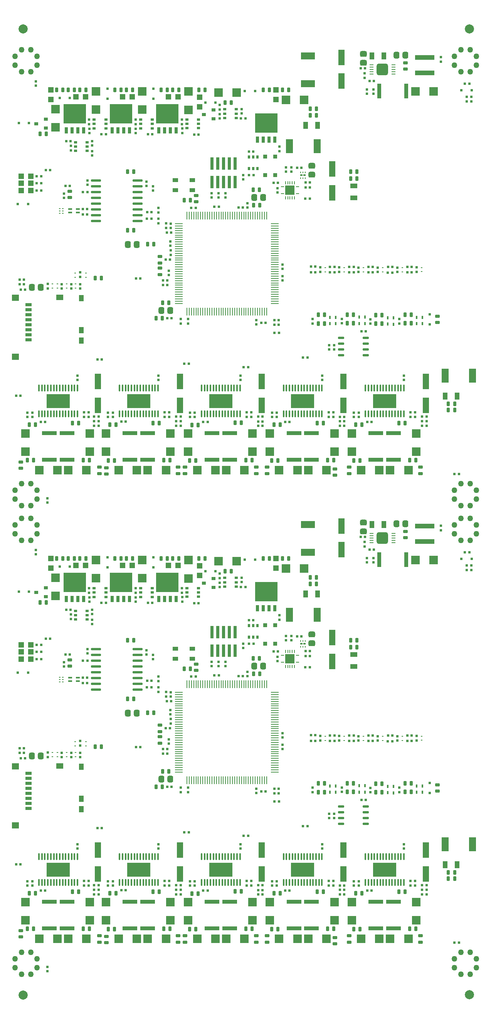
<source format=gtp>
G04 Layer_Color=8421504*
%FSLAX24Y24*%
%MOIN*%
G70*
G01*
G75*
G04:AMPARAMS|DCode=11|XSize=78.7mil|YSize=78.7mil|CornerRadius=39.4mil|HoleSize=0mil|Usage=FLASHONLY|Rotation=90.000|XOffset=0mil|YOffset=0mil|HoleType=Round|Shape=RoundedRectangle|*
%AMROUNDEDRECTD11*
21,1,0.0787,0.0000,0,0,90.0*
21,1,0.0000,0.0787,0,0,90.0*
1,1,0.0787,0.0000,0.0000*
1,1,0.0787,0.0000,0.0000*
1,1,0.0787,0.0000,0.0000*
1,1,0.0787,0.0000,0.0000*
%
%ADD11ROUNDEDRECTD11*%
%ADD15C,0.0500*%
%ADD56R,0.0591X0.0453*%
%ADD147R,0.0120X0.0102*%
%ADD148R,0.0236X0.0118*%
%ADD149R,0.0090X0.0137*%
G04:AMPARAMS|DCode=150|XSize=20mil|YSize=22mil|CornerRadius=3.4mil|HoleSize=0mil|Usage=FLASHONLY|Rotation=90.000|XOffset=0mil|YOffset=0mil|HoleType=Round|Shape=RoundedRectangle|*
%AMROUNDEDRECTD150*
21,1,0.0200,0.0152,0,0,90.0*
21,1,0.0132,0.0220,0,0,90.0*
1,1,0.0068,0.0076,0.0066*
1,1,0.0068,0.0076,-0.0066*
1,1,0.0068,-0.0076,-0.0066*
1,1,0.0068,-0.0076,0.0066*
%
%ADD150ROUNDEDRECTD150*%
G04:AMPARAMS|DCode=151|XSize=20mil|YSize=22mil|CornerRadius=3.4mil|HoleSize=0mil|Usage=FLASHONLY|Rotation=180.000|XOffset=0mil|YOffset=0mil|HoleType=Round|Shape=RoundedRectangle|*
%AMROUNDEDRECTD151*
21,1,0.0200,0.0152,0,0,180.0*
21,1,0.0132,0.0220,0,0,180.0*
1,1,0.0068,-0.0066,0.0076*
1,1,0.0068,0.0066,0.0076*
1,1,0.0068,0.0066,-0.0076*
1,1,0.0068,-0.0066,-0.0076*
%
%ADD151ROUNDEDRECTD151*%
%ADD152R,0.1279X0.0334*%
G04:AMPARAMS|DCode=153|XSize=27.1mil|YSize=37.4mil|CornerRadius=4.8mil|HoleSize=0mil|Usage=FLASHONLY|Rotation=0.000|XOffset=0mil|YOffset=0mil|HoleType=Round|Shape=RoundedRectangle|*
%AMROUNDEDRECTD153*
21,1,0.0271,0.0277,0,0,0.0*
21,1,0.0175,0.0374,0,0,0.0*
1,1,0.0097,0.0087,-0.0139*
1,1,0.0097,-0.0087,-0.0139*
1,1,0.0097,-0.0087,0.0139*
1,1,0.0097,0.0087,0.0139*
%
%ADD153ROUNDEDRECTD153*%
%ADD154R,0.0452X0.0334*%
%ADD155R,0.0315X0.0216*%
%ADD156O,0.0571X0.0216*%
%ADD157O,0.0886X0.0216*%
G04:AMPARAMS|DCode=158|XSize=103mil|YSize=103mil|CornerRadius=25.3mil|HoleSize=0mil|Usage=FLASHONLY|Rotation=0.000|XOffset=0mil|YOffset=0mil|HoleType=Round|Shape=RoundedRectangle|*
%AMROUNDEDRECTD158*
21,1,0.1030,0.0525,0,0,0.0*
21,1,0.0525,0.1030,0,0,0.0*
1,1,0.0505,0.0263,-0.0263*
1,1,0.0505,-0.0263,-0.0263*
1,1,0.0505,-0.0263,0.0263*
1,1,0.0505,0.0263,0.0263*
%
%ADD158ROUNDEDRECTD158*%
%ADD159R,0.0382X0.0098*%
%ADD160O,0.0098X0.0689*%
%ADD161O,0.0689X0.0098*%
G04:AMPARAMS|DCode=162|XSize=27.1mil|YSize=37.4mil|CornerRadius=4.8mil|HoleSize=0mil|Usage=FLASHONLY|Rotation=270.000|XOffset=0mil|YOffset=0mil|HoleType=Round|Shape=RoundedRectangle|*
%AMROUNDEDRECTD162*
21,1,0.0271,0.0277,0,0,270.0*
21,1,0.0175,0.0374,0,0,270.0*
1,1,0.0097,-0.0139,-0.0087*
1,1,0.0097,-0.0139,0.0087*
1,1,0.0097,0.0139,0.0087*
1,1,0.0097,0.0139,-0.0087*
%
%ADD162ROUNDEDRECTD162*%
%ADD163R,0.0334X0.1279*%
%ADD164R,0.1950X0.1680*%
%ADD165R,0.0260X0.0540*%
%ADD166R,0.0460X0.0460*%
%ADD167R,0.1653X0.0445*%
G04:AMPARAMS|DCode=168|XSize=50mil|YSize=58mil|CornerRadius=12mil|HoleSize=0mil|Usage=FLASHONLY|Rotation=0.000|XOffset=0mil|YOffset=0mil|HoleType=Round|Shape=RoundedRectangle|*
%AMROUNDEDRECTD168*
21,1,0.0500,0.0340,0,0,0.0*
21,1,0.0260,0.0580,0,0,0.0*
1,1,0.0240,0.0130,-0.0170*
1,1,0.0240,-0.0130,-0.0170*
1,1,0.0240,-0.0130,0.0170*
1,1,0.0240,0.0130,0.0170*
%
%ADD168ROUNDEDRECTD168*%
%ADD169R,0.0275X0.1082*%
%ADD170R,0.0460X0.0460*%
%ADD171R,0.0770X0.0770*%
%ADD172R,0.0770X0.0770*%
%ADD173R,0.0220X0.0220*%
%ADD174R,0.0180X0.0260*%
%ADD175R,0.0610X0.1240*%
%ADD176R,0.1240X0.0610*%
G04:AMPARAMS|DCode=177|XSize=50mil|YSize=58mil|CornerRadius=12mil|HoleSize=0mil|Usage=FLASHONLY|Rotation=90.000|XOffset=0mil|YOffset=0mil|HoleType=Round|Shape=RoundedRectangle|*
%AMROUNDEDRECTD177*
21,1,0.0500,0.0340,0,0,90.0*
21,1,0.0260,0.0580,0,0,90.0*
1,1,0.0240,0.0170,0.0130*
1,1,0.0240,0.0170,-0.0130*
1,1,0.0240,-0.0170,-0.0130*
1,1,0.0240,-0.0170,0.0130*
%
%ADD177ROUNDEDRECTD177*%
%ADD178R,0.0413X0.0649*%
%ADD179R,0.0649X0.0413*%
%ADD180R,0.0433X0.0571*%
%ADD181R,0.0571X0.0295*%
%ADD182R,0.0649X0.0531*%
%ADD183R,0.0531X0.1319*%
%ADD184R,0.0340X0.0300*%
%ADD185R,0.2035X0.1200*%
%ADD186O,0.0118X0.0649*%
%ADD187R,0.0138X0.0098*%
%ADD188R,0.0220X0.0220*%
%ADD189R,0.0216X0.0315*%
%ADD190R,0.0334X0.0137*%
%ADD191O,0.0090X0.0295*%
%ADD192O,0.0295X0.0090*%
%ADD193R,0.0787X0.0787*%
%ADD194R,0.0374X0.0334*%
G36*
X16941Y78071D02*
X16911Y78031D01*
X16761D01*
X16721Y78071D01*
Y78311D01*
X16941D01*
Y78071D01*
D02*
G37*
G36*
X16571D02*
X16531Y78031D01*
X16391D01*
X16351Y78071D01*
Y78311D01*
X16571D01*
Y78071D01*
D02*
G37*
G36*
X16192Y78061D02*
X16157Y78031D01*
X16007D01*
X15968Y78071D01*
Y78311D01*
X16192D01*
Y78061D01*
D02*
G37*
G36*
X15814D02*
X15779Y78031D01*
X15629D01*
X15590Y78071D01*
Y78311D01*
X15814D01*
Y78061D01*
D02*
G37*
G36*
X12931Y78071D02*
X12901Y78031D01*
X12751D01*
X12711Y78071D01*
Y78311D01*
X12931D01*
Y78071D01*
D02*
G37*
G36*
X12561D02*
X12521Y78031D01*
X12381D01*
X12341Y78071D01*
Y78311D01*
X12561D01*
Y78071D01*
D02*
G37*
G36*
X12182Y78061D02*
X12147Y78031D01*
X11997D01*
X11958Y78071D01*
Y78311D01*
X12182D01*
Y78061D01*
D02*
G37*
G36*
X11804D02*
X11769Y78031D01*
X11619D01*
X11580Y78071D01*
Y78311D01*
X11804D01*
Y78061D01*
D02*
G37*
G36*
X8946Y78071D02*
X8916Y78031D01*
X8766D01*
X8726Y78071D01*
Y78311D01*
X8946D01*
Y78071D01*
D02*
G37*
G36*
X8576D02*
X8536Y78031D01*
X8396D01*
X8356Y78071D01*
Y78311D01*
X8576D01*
Y78071D01*
D02*
G37*
G36*
X8197Y78061D02*
X8162Y78031D01*
X8012D01*
X7973Y78071D01*
Y78311D01*
X8197D01*
Y78061D01*
D02*
G37*
G36*
X7819D02*
X7784Y78031D01*
X7634D01*
X7595Y78071D01*
Y78311D01*
X7819D01*
Y78061D01*
D02*
G37*
G36*
X17241Y77791D02*
X17141D01*
Y78311D01*
X17241D01*
Y77791D01*
D02*
G37*
G36*
X15421D02*
X15310D01*
Y78311D01*
X15421D01*
Y77791D01*
D02*
G37*
G36*
X13231D02*
X13131D01*
Y78311D01*
X13231D01*
Y77791D01*
D02*
G37*
G36*
X11411D02*
X11300D01*
Y78311D01*
X11411D01*
Y77791D01*
D02*
G37*
G36*
X9246D02*
X9146D01*
Y78311D01*
X9246D01*
Y77791D01*
D02*
G37*
G36*
X7426D02*
X7315D01*
Y78311D01*
X7426D01*
Y77791D01*
D02*
G37*
G36*
X25496Y77271D02*
X25466Y77231D01*
X25316D01*
X25276Y77271D01*
Y77511D01*
X25496D01*
Y77271D01*
D02*
G37*
G36*
X25126D02*
X25086Y77231D01*
X24946D01*
X24906Y77271D01*
Y77511D01*
X25126D01*
Y77271D01*
D02*
G37*
G36*
X24747Y77261D02*
X24712Y77231D01*
X24562D01*
X24523Y77271D01*
Y77511D01*
X24747D01*
Y77261D01*
D02*
G37*
G36*
X24369D02*
X24334Y77231D01*
X24184D01*
X24145Y77271D01*
Y77511D01*
X24369D01*
Y77261D01*
D02*
G37*
G36*
X25796Y76991D02*
X25696D01*
Y77511D01*
X25796D01*
Y76991D01*
D02*
G37*
G36*
X23976D02*
X23865D01*
Y77511D01*
X23976D01*
Y76991D01*
D02*
G37*
G36*
X16871Y76653D02*
X16741D01*
Y76701D01*
X16781Y76744D01*
X16871D01*
Y76653D01*
D02*
G37*
G36*
X16571Y76705D02*
Y76653D01*
X16361D01*
Y76705D01*
X16401Y76740D01*
X16541D01*
X16571Y76705D01*
D02*
G37*
G36*
X16192D02*
Y76653D01*
X15980D01*
Y76705D01*
X16015Y76740D01*
X16157D01*
X16192Y76705D01*
D02*
G37*
G36*
X15818Y76701D02*
Y76653D01*
X15677D01*
Y76744D01*
X15775D01*
X15818Y76701D01*
D02*
G37*
G36*
X12861Y76653D02*
X12731D01*
Y76701D01*
X12771Y76744D01*
X12861D01*
Y76653D01*
D02*
G37*
G36*
X12561Y76705D02*
Y76653D01*
X12351D01*
Y76705D01*
X12391Y76740D01*
X12531D01*
X12561Y76705D01*
D02*
G37*
G36*
X12182D02*
Y76653D01*
X11970D01*
Y76705D01*
X12005Y76740D01*
X12147D01*
X12182Y76705D01*
D02*
G37*
G36*
X11808Y76701D02*
Y76653D01*
X11667D01*
Y76744D01*
X11765D01*
X11808Y76701D01*
D02*
G37*
G36*
X8876Y76653D02*
X8746D01*
Y76701D01*
X8786Y76744D01*
X8876D01*
Y76653D01*
D02*
G37*
G36*
X8576Y76705D02*
Y76653D01*
X8366D01*
Y76705D01*
X8406Y76740D01*
X8546D01*
X8576Y76705D01*
D02*
G37*
G36*
X8197D02*
Y76653D01*
X7985D01*
Y76705D01*
X8020Y76740D01*
X8162D01*
X8197Y76705D01*
D02*
G37*
G36*
X7823Y76701D02*
Y76653D01*
X7681D01*
Y76744D01*
X7780D01*
X7823Y76701D01*
D02*
G37*
G36*
X25426Y75853D02*
X25296D01*
Y75901D01*
X25336Y75944D01*
X25426D01*
Y75853D01*
D02*
G37*
G36*
X25126Y75904D02*
Y75853D01*
X24916D01*
Y75904D01*
X24956Y75940D01*
X25096D01*
X25126Y75904D01*
D02*
G37*
G36*
X24747D02*
Y75853D01*
X24535D01*
Y75904D01*
X24570Y75940D01*
X24712D01*
X24747Y75904D01*
D02*
G37*
G36*
X24373Y75901D02*
Y75853D01*
X24232D01*
Y75944D01*
X24330D01*
X24373Y75901D01*
D02*
G37*
G36*
X16941Y37571D02*
X16911Y37531D01*
X16761D01*
X16721Y37571D01*
Y37811D01*
X16941D01*
Y37571D01*
D02*
G37*
G36*
X16571D02*
X16531Y37531D01*
X16391D01*
X16351Y37571D01*
Y37811D01*
X16571D01*
Y37571D01*
D02*
G37*
G36*
X16192Y37561D02*
X16157Y37531D01*
X16007D01*
X15968Y37571D01*
Y37811D01*
X16192D01*
Y37561D01*
D02*
G37*
G36*
X15814D02*
X15779Y37531D01*
X15629D01*
X15590Y37571D01*
Y37811D01*
X15814D01*
Y37561D01*
D02*
G37*
G36*
X12931Y37571D02*
X12901Y37531D01*
X12751D01*
X12711Y37571D01*
Y37811D01*
X12931D01*
Y37571D01*
D02*
G37*
G36*
X12561D02*
X12521Y37531D01*
X12381D01*
X12341Y37571D01*
Y37811D01*
X12561D01*
Y37571D01*
D02*
G37*
G36*
X12182Y37561D02*
X12147Y37531D01*
X11997D01*
X11958Y37571D01*
Y37811D01*
X12182D01*
Y37561D01*
D02*
G37*
G36*
X11804D02*
X11769Y37531D01*
X11619D01*
X11580Y37571D01*
Y37811D01*
X11804D01*
Y37561D01*
D02*
G37*
G36*
X8946Y37571D02*
X8916Y37531D01*
X8766D01*
X8726Y37571D01*
Y37811D01*
X8946D01*
Y37571D01*
D02*
G37*
G36*
X8576D02*
X8536Y37531D01*
X8396D01*
X8356Y37571D01*
Y37811D01*
X8576D01*
Y37571D01*
D02*
G37*
G36*
X8197Y37561D02*
X8162Y37531D01*
X8012D01*
X7973Y37571D01*
Y37811D01*
X8197D01*
Y37561D01*
D02*
G37*
G36*
X7819D02*
X7784Y37531D01*
X7634D01*
X7595Y37571D01*
Y37811D01*
X7819D01*
Y37561D01*
D02*
G37*
G36*
X17241Y37291D02*
X17141D01*
Y37811D01*
X17241D01*
Y37291D01*
D02*
G37*
G36*
X15421D02*
X15310D01*
Y37811D01*
X15421D01*
Y37291D01*
D02*
G37*
G36*
X13231D02*
X13131D01*
Y37811D01*
X13231D01*
Y37291D01*
D02*
G37*
G36*
X11411D02*
X11300D01*
Y37811D01*
X11411D01*
Y37291D01*
D02*
G37*
G36*
X9246D02*
X9146D01*
Y37811D01*
X9246D01*
Y37291D01*
D02*
G37*
G36*
X7426D02*
X7315D01*
Y37811D01*
X7426D01*
Y37291D01*
D02*
G37*
G36*
X25496Y36771D02*
X25466Y36731D01*
X25316D01*
X25276Y36771D01*
Y37011D01*
X25496D01*
Y36771D01*
D02*
G37*
G36*
X25126D02*
X25086Y36731D01*
X24946D01*
X24906Y36771D01*
Y37011D01*
X25126D01*
Y36771D01*
D02*
G37*
G36*
X24747Y36761D02*
X24712Y36731D01*
X24562D01*
X24523Y36771D01*
Y37011D01*
X24747D01*
Y36761D01*
D02*
G37*
G36*
X24369D02*
X24334Y36731D01*
X24184D01*
X24145Y36771D01*
Y37011D01*
X24369D01*
Y36761D01*
D02*
G37*
G36*
X25796Y36491D02*
X25696D01*
Y37011D01*
X25796D01*
Y36491D01*
D02*
G37*
G36*
X23976D02*
X23865D01*
Y37011D01*
X23976D01*
Y36491D01*
D02*
G37*
G36*
X16871Y36153D02*
X16741D01*
Y36201D01*
X16781Y36244D01*
X16871D01*
Y36153D01*
D02*
G37*
G36*
X16571Y36205D02*
Y36153D01*
X16361D01*
Y36205D01*
X16401Y36240D01*
X16541D01*
X16571Y36205D01*
D02*
G37*
G36*
X16192D02*
Y36153D01*
X15980D01*
Y36205D01*
X16015Y36240D01*
X16157D01*
X16192Y36205D01*
D02*
G37*
G36*
X15818Y36201D02*
Y36153D01*
X15677D01*
Y36244D01*
X15775D01*
X15818Y36201D01*
D02*
G37*
G36*
X12861Y36153D02*
X12731D01*
Y36201D01*
X12771Y36244D01*
X12861D01*
Y36153D01*
D02*
G37*
G36*
X12561Y36205D02*
Y36153D01*
X12351D01*
Y36205D01*
X12391Y36240D01*
X12531D01*
X12561Y36205D01*
D02*
G37*
G36*
X12182D02*
Y36153D01*
X11970D01*
Y36205D01*
X12005Y36240D01*
X12147D01*
X12182Y36205D01*
D02*
G37*
G36*
X11808Y36201D02*
Y36153D01*
X11667D01*
Y36244D01*
X11765D01*
X11808Y36201D01*
D02*
G37*
G36*
X8876Y36153D02*
X8746D01*
Y36201D01*
X8786Y36244D01*
X8876D01*
Y36153D01*
D02*
G37*
G36*
X8576Y36205D02*
Y36153D01*
X8366D01*
Y36205D01*
X8406Y36240D01*
X8546D01*
X8576Y36205D01*
D02*
G37*
G36*
X8197D02*
Y36153D01*
X7985D01*
Y36205D01*
X8020Y36240D01*
X8162D01*
X8197Y36205D01*
D02*
G37*
G36*
X7823Y36201D02*
Y36153D01*
X7681D01*
Y36244D01*
X7780D01*
X7823Y36201D01*
D02*
G37*
G36*
X25426Y35353D02*
X25296D01*
Y35401D01*
X25336Y35444D01*
X25426D01*
Y35353D01*
D02*
G37*
G36*
X25126Y35405D02*
Y35353D01*
X24916D01*
Y35405D01*
X24956Y35440D01*
X25096D01*
X25126Y35405D01*
D02*
G37*
G36*
X24747D02*
Y35353D01*
X24535D01*
Y35405D01*
X24570Y35440D01*
X24712D01*
X24747Y35405D01*
D02*
G37*
G36*
X24373Y35401D02*
Y35353D01*
X24232D01*
Y35444D01*
X24330D01*
X24373Y35401D01*
D02*
G37*
D11*
X3811Y84819D02*
D03*
X42400D02*
D03*
Y1341D02*
D03*
X3811Y1311D02*
D03*
D15*
X43006Y3667D02*
D03*
Y4455D02*
D03*
X42455Y5006D02*
D03*
X41667D02*
D03*
X41116Y4455D02*
D03*
Y3667D02*
D03*
X41667Y3116D02*
D03*
X42455D02*
D03*
X43006Y41167D02*
D03*
Y41955D02*
D03*
X42455Y42506D02*
D03*
X41667D02*
D03*
X41116Y41955D02*
D03*
Y41167D02*
D03*
X41667Y40616D02*
D03*
X42455D02*
D03*
X5006Y41167D02*
D03*
Y41955D02*
D03*
X4455Y42506D02*
D03*
X3667D02*
D03*
X3116Y41955D02*
D03*
Y41167D02*
D03*
X3667Y40616D02*
D03*
X4455D02*
D03*
X5006Y3667D02*
D03*
Y4455D02*
D03*
X4455Y5006D02*
D03*
X3667D02*
D03*
X3116Y4455D02*
D03*
Y3667D02*
D03*
X3667Y3116D02*
D03*
X4455D02*
D03*
X43006Y44167D02*
D03*
Y44955D02*
D03*
X42455Y45506D02*
D03*
X41667D02*
D03*
X41116Y44955D02*
D03*
Y44167D02*
D03*
X41667Y43616D02*
D03*
X42455D02*
D03*
X43006Y81667D02*
D03*
Y82455D02*
D03*
X42455Y83006D02*
D03*
X41667D02*
D03*
X41116Y82455D02*
D03*
Y81667D02*
D03*
X41667Y81116D02*
D03*
X42455D02*
D03*
X5006Y81667D02*
D03*
Y82455D02*
D03*
X4455Y83006D02*
D03*
X3667D02*
D03*
X3116Y82455D02*
D03*
Y81667D02*
D03*
X3667Y81116D02*
D03*
X4455D02*
D03*
X5006Y44167D02*
D03*
Y44955D02*
D03*
X4455Y45506D02*
D03*
X3667D02*
D03*
X3116Y44955D02*
D03*
Y44167D02*
D03*
X3667Y43616D02*
D03*
X4455D02*
D03*
D56*
X6976Y21110D02*
D03*
Y61610D02*
D03*
D147*
X6958Y28786D02*
D03*
X6958Y28589D02*
D03*
Y28392D02*
D03*
X7224Y28392D02*
D03*
Y28589D02*
D03*
X7224Y28786D02*
D03*
X6958Y69286D02*
D03*
X6958Y69089D02*
D03*
Y68892D02*
D03*
X7224Y68892D02*
D03*
Y69089D02*
D03*
X7224Y69286D02*
D03*
D148*
X28145Y31667D02*
D03*
X27870D02*
D03*
X28145Y72167D02*
D03*
X27870D02*
D03*
D149*
X27811Y31923D02*
D03*
X28007D02*
D03*
X28204D02*
D03*
Y31411D02*
D03*
X28007D02*
D03*
X27811D02*
D03*
Y72423D02*
D03*
X28007D02*
D03*
X28204D02*
D03*
Y71911D02*
D03*
X28007D02*
D03*
X27811D02*
D03*
D150*
X34094Y38702D02*
D03*
Y39081D02*
D03*
X33541Y39080D02*
D03*
Y38701D02*
D03*
X7148Y21879D02*
D03*
Y22258D02*
D03*
X5942Y21881D02*
D03*
Y22260D02*
D03*
X7965Y22259D02*
D03*
Y21880D02*
D03*
X8732Y23263D02*
D03*
Y22884D02*
D03*
X16161Y27121D02*
D03*
Y27500D02*
D03*
X15511Y28830D02*
D03*
Y28451D02*
D03*
Y27522D02*
D03*
Y27901D02*
D03*
X8742Y22259D02*
D03*
Y21880D02*
D03*
X33341Y40091D02*
D03*
Y40470D02*
D03*
X18232Y11148D02*
D03*
Y10769D02*
D03*
X23531Y11160D02*
D03*
Y10781D02*
D03*
X26547Y31967D02*
D03*
Y32346D02*
D03*
X17561Y35701D02*
D03*
Y35322D02*
D03*
X13551Y35684D02*
D03*
Y35305D02*
D03*
X25789Y30176D02*
D03*
Y30555D02*
D03*
X9526Y35684D02*
D03*
Y35305D02*
D03*
X20801Y37351D02*
D03*
Y37730D02*
D03*
X20811Y36951D02*
D03*
Y36572D02*
D03*
X9771Y34610D02*
D03*
Y34231D02*
D03*
X7921Y34201D02*
D03*
Y33822D02*
D03*
X32407Y10769D02*
D03*
Y11148D02*
D03*
X25318Y10769D02*
D03*
Y11148D02*
D03*
X11141Y10769D02*
D03*
Y11148D02*
D03*
X4172Y10769D02*
D03*
Y11148D02*
D03*
X37301Y11170D02*
D03*
Y10791D02*
D03*
X30221Y11170D02*
D03*
Y10791D02*
D03*
X9361Y30831D02*
D03*
Y31208D02*
D03*
X14461Y30731D02*
D03*
Y31108D02*
D03*
X17441Y19231D02*
D03*
Y18854D02*
D03*
X16581Y27114D02*
D03*
Y27491D02*
D03*
X20091Y29744D02*
D03*
Y30121D02*
D03*
X36351Y18858D02*
D03*
Y19235D02*
D03*
X33821Y18828D02*
D03*
Y19205D02*
D03*
X31361Y19245D02*
D03*
Y18868D02*
D03*
X28851Y19230D02*
D03*
Y18853D02*
D03*
X39941Y41484D02*
D03*
Y41861D02*
D03*
X26231Y23951D02*
D03*
Y23574D02*
D03*
X16551Y25561D02*
D03*
Y25938D02*
D03*
X23981Y18771D02*
D03*
Y19148D02*
D03*
X26221Y22571D02*
D03*
Y22948D02*
D03*
X23211Y29251D02*
D03*
Y28874D02*
D03*
X16561Y25161D02*
D03*
Y24784D02*
D03*
X16411Y23031D02*
D03*
Y23408D02*
D03*
X22585Y13971D02*
D03*
Y14348D02*
D03*
X18645Y10771D02*
D03*
Y11148D02*
D03*
X9776Y33756D02*
D03*
Y33379D02*
D03*
X36751Y14348D02*
D03*
Y13971D02*
D03*
X29671Y14348D02*
D03*
Y13971D02*
D03*
X15491Y14348D02*
D03*
Y13971D02*
D03*
X8505Y14348D02*
D03*
Y13971D02*
D03*
X32820Y11148D02*
D03*
Y10771D02*
D03*
X25731Y11148D02*
D03*
Y10771D02*
D03*
X11554Y11148D02*
D03*
Y10771D02*
D03*
X4585Y11148D02*
D03*
Y10771D02*
D03*
X30278Y16604D02*
D03*
Y16983D02*
D03*
X4901Y39402D02*
D03*
Y39781D02*
D03*
X5911Y3750D02*
D03*
Y3371D02*
D03*
X36171Y23691D02*
D03*
Y23312D02*
D03*
X32811Y23691D02*
D03*
Y23312D02*
D03*
X29501Y23701D02*
D03*
Y23322D02*
D03*
X37851Y23701D02*
D03*
Y23322D02*
D03*
X34471Y23691D02*
D03*
Y23312D02*
D03*
X31151Y23701D02*
D03*
Y23322D02*
D03*
X15041Y30721D02*
D03*
Y30344D02*
D03*
X9071Y10791D02*
D03*
Y11168D02*
D03*
X16031Y10791D02*
D03*
Y11168D02*
D03*
X9471Y10791D02*
D03*
Y11170D02*
D03*
X16431Y10791D02*
D03*
Y11170D02*
D03*
X30621Y10791D02*
D03*
Y11170D02*
D03*
X37701Y10791D02*
D03*
Y11170D02*
D03*
X23131Y10781D02*
D03*
Y11160D02*
D03*
X22701Y37001D02*
D03*
Y37380D02*
D03*
X9516Y36082D02*
D03*
Y36461D02*
D03*
X13551Y36082D02*
D03*
Y36461D02*
D03*
X17551Y36081D02*
D03*
Y36460D02*
D03*
X25971Y34131D02*
D03*
Y33752D02*
D03*
X27000Y31967D02*
D03*
Y32346D02*
D03*
X18071Y19231D02*
D03*
Y18854D02*
D03*
X30701Y16602D02*
D03*
Y16981D02*
D03*
X21311Y29742D02*
D03*
Y30121D02*
D03*
X22821Y31312D02*
D03*
Y31691D02*
D03*
X20691Y30120D02*
D03*
Y29741D02*
D03*
X7321Y29701D02*
D03*
Y30078D02*
D03*
X34094Y79202D02*
D03*
Y79581D02*
D03*
X33541Y79580D02*
D03*
Y79201D02*
D03*
X7148Y62379D02*
D03*
Y62758D02*
D03*
X5942Y62381D02*
D03*
Y62760D02*
D03*
X7965Y62759D02*
D03*
Y62380D02*
D03*
X8732Y63763D02*
D03*
Y63384D02*
D03*
X16161Y67621D02*
D03*
Y68000D02*
D03*
X15511Y69330D02*
D03*
Y68951D02*
D03*
Y68022D02*
D03*
Y68401D02*
D03*
X8742Y62759D02*
D03*
Y62380D02*
D03*
X33341Y80591D02*
D03*
Y80970D02*
D03*
X18232Y51648D02*
D03*
Y51269D02*
D03*
X23531Y51660D02*
D03*
Y51281D02*
D03*
X26547Y72467D02*
D03*
Y72846D02*
D03*
X17561Y76201D02*
D03*
Y75822D02*
D03*
X13551Y76184D02*
D03*
Y75805D02*
D03*
X25789Y70676D02*
D03*
Y71055D02*
D03*
X9526Y76184D02*
D03*
Y75805D02*
D03*
X20801Y77851D02*
D03*
Y78230D02*
D03*
X20811Y77451D02*
D03*
Y77072D02*
D03*
X9771Y75110D02*
D03*
Y74731D02*
D03*
X7921Y74701D02*
D03*
Y74322D02*
D03*
X32407Y51269D02*
D03*
Y51648D02*
D03*
X25318Y51269D02*
D03*
Y51648D02*
D03*
X11141Y51269D02*
D03*
Y51648D02*
D03*
X4172Y51269D02*
D03*
Y51648D02*
D03*
X37301Y51670D02*
D03*
Y51291D02*
D03*
X30221Y51670D02*
D03*
Y51291D02*
D03*
X9361Y71331D02*
D03*
Y71708D02*
D03*
X14461Y71231D02*
D03*
Y71608D02*
D03*
X17441Y59731D02*
D03*
Y59354D02*
D03*
X16581Y67614D02*
D03*
Y67991D02*
D03*
X20091Y70244D02*
D03*
Y70621D02*
D03*
X36351Y59358D02*
D03*
Y59735D02*
D03*
X33821Y59328D02*
D03*
Y59705D02*
D03*
X31361Y59745D02*
D03*
Y59368D02*
D03*
X28851Y59730D02*
D03*
Y59353D02*
D03*
X39941Y81984D02*
D03*
Y82361D02*
D03*
X26231Y64451D02*
D03*
Y64074D02*
D03*
X16551Y66061D02*
D03*
Y66438D02*
D03*
X23981Y59271D02*
D03*
Y59648D02*
D03*
X26221Y63071D02*
D03*
Y63448D02*
D03*
X23211Y69751D02*
D03*
Y69374D02*
D03*
X16561Y65661D02*
D03*
Y65284D02*
D03*
X16411Y63531D02*
D03*
Y63908D02*
D03*
X22585Y54471D02*
D03*
Y54848D02*
D03*
X18645Y51271D02*
D03*
Y51648D02*
D03*
X9776Y74256D02*
D03*
Y73879D02*
D03*
X36751Y54848D02*
D03*
Y54471D02*
D03*
X29671Y54848D02*
D03*
Y54471D02*
D03*
X15491Y54848D02*
D03*
Y54471D02*
D03*
X8505Y54848D02*
D03*
Y54471D02*
D03*
X32820Y51648D02*
D03*
Y51271D02*
D03*
X25731Y51648D02*
D03*
Y51271D02*
D03*
X11554Y51648D02*
D03*
Y51271D02*
D03*
X4585Y51648D02*
D03*
Y51271D02*
D03*
X30278Y57104D02*
D03*
Y57483D02*
D03*
X4901Y79902D02*
D03*
Y80281D02*
D03*
X5911Y44250D02*
D03*
Y43871D02*
D03*
X36171Y64191D02*
D03*
Y63812D02*
D03*
X32811Y64191D02*
D03*
Y63812D02*
D03*
X29501Y64201D02*
D03*
Y63822D02*
D03*
X37851Y64201D02*
D03*
Y63822D02*
D03*
X34471Y64191D02*
D03*
Y63812D02*
D03*
X31151Y64201D02*
D03*
Y63822D02*
D03*
X15041Y71221D02*
D03*
Y70844D02*
D03*
X9071Y51291D02*
D03*
Y51668D02*
D03*
X16031Y51291D02*
D03*
Y51668D02*
D03*
X9471Y51291D02*
D03*
Y51670D02*
D03*
X16431Y51291D02*
D03*
Y51670D02*
D03*
X30621Y51291D02*
D03*
Y51670D02*
D03*
X37701Y51291D02*
D03*
Y51670D02*
D03*
X23131Y51281D02*
D03*
Y51660D02*
D03*
X22701Y77501D02*
D03*
Y77880D02*
D03*
X9516Y76582D02*
D03*
Y76961D02*
D03*
X13551Y76582D02*
D03*
Y76961D02*
D03*
X17551Y76581D02*
D03*
Y76960D02*
D03*
X25971Y74631D02*
D03*
Y74252D02*
D03*
X27000Y72467D02*
D03*
Y72846D02*
D03*
X18071Y59731D02*
D03*
Y59354D02*
D03*
X30701Y57102D02*
D03*
Y57481D02*
D03*
X21311Y70242D02*
D03*
Y70621D02*
D03*
X22821Y71812D02*
D03*
Y72191D02*
D03*
X20691Y70620D02*
D03*
Y70241D02*
D03*
X7321Y70201D02*
D03*
Y70578D02*
D03*
D151*
X24510Y10795D02*
D03*
X24131D02*
D03*
X9350Y28291D02*
D03*
X8971D02*
D03*
X14900Y28461D02*
D03*
X14521D02*
D03*
X9350Y28731D02*
D03*
X8971D02*
D03*
X14890Y27911D02*
D03*
X14511D02*
D03*
X16500Y24381D02*
D03*
X16121D02*
D03*
X3881Y22251D02*
D03*
X3502D02*
D03*
X32994Y40895D02*
D03*
X33373D02*
D03*
X5361Y31571D02*
D03*
X4982D02*
D03*
X23711Y33721D02*
D03*
X23332D02*
D03*
X28217Y29657D02*
D03*
X28596D02*
D03*
X7531Y34621D02*
D03*
X7910D02*
D03*
X17430Y10021D02*
D03*
X17051D02*
D03*
X10320Y10011D02*
D03*
X9941D02*
D03*
X38690Y10801D02*
D03*
X38311D02*
D03*
X31580Y10791D02*
D03*
X31201D02*
D03*
X17430Y10801D02*
D03*
X17051D02*
D03*
X10320D02*
D03*
X9941D02*
D03*
X35350Y23259D02*
D03*
X35729D02*
D03*
X32012Y23261D02*
D03*
X32391D02*
D03*
X28702Y23761D02*
D03*
X29081D02*
D03*
X37032Y23261D02*
D03*
X37411D02*
D03*
X33652Y23271D02*
D03*
X34031D02*
D03*
X30342D02*
D03*
X30721D02*
D03*
X4981Y30351D02*
D03*
X5360D02*
D03*
X4981Y30961D02*
D03*
X5360D02*
D03*
X33553Y10331D02*
D03*
X33930D02*
D03*
X26464D02*
D03*
X26841D02*
D03*
X12287Y10361D02*
D03*
X12664D02*
D03*
X5318Y10331D02*
D03*
X5695D02*
D03*
X8981Y30221D02*
D03*
X9358D02*
D03*
X38688Y10401D02*
D03*
X38311D02*
D03*
X31578D02*
D03*
X31201D02*
D03*
X17428Y10411D02*
D03*
X17051D02*
D03*
X10318Y10401D02*
D03*
X9941D02*
D03*
X3504Y22651D02*
D03*
X3881D02*
D03*
X33757Y39815D02*
D03*
X34134D02*
D03*
X28220Y31037D02*
D03*
X28597D02*
D03*
X28220Y30607D02*
D03*
X28597D02*
D03*
X27876Y32315D02*
D03*
X27499D02*
D03*
X24771Y18921D02*
D03*
X24394D02*
D03*
X22431Y28881D02*
D03*
X22808D02*
D03*
X35352Y23729D02*
D03*
X35729D02*
D03*
X32014Y23741D02*
D03*
X32391D02*
D03*
X28704Y23281D02*
D03*
X29081D02*
D03*
X15891Y22161D02*
D03*
X16268D02*
D03*
X16221Y26721D02*
D03*
X16598D02*
D03*
X15901Y22561D02*
D03*
X16278D02*
D03*
X37034Y23731D02*
D03*
X37411D02*
D03*
X33654Y23741D02*
D03*
X34031D02*
D03*
X30344Y23751D02*
D03*
X30721D02*
D03*
X16651Y19321D02*
D03*
X16274D02*
D03*
X18721Y28841D02*
D03*
X18344D02*
D03*
X19378Y10331D02*
D03*
X19755D02*
D03*
X24131Y10011D02*
D03*
X24508D02*
D03*
X22651Y36561D02*
D03*
X23028D02*
D03*
X33447Y18191D02*
D03*
X33070D02*
D03*
X22884Y15061D02*
D03*
X23263D02*
D03*
X28012Y15898D02*
D03*
X28391D02*
D03*
X17746Y15366D02*
D03*
X18125D02*
D03*
X10236Y15750D02*
D03*
X10615D02*
D03*
X25910Y18731D02*
D03*
X25531D02*
D03*
X25522Y19131D02*
D03*
X25901D02*
D03*
X25920Y18041D02*
D03*
X25541D02*
D03*
X5762Y32111D02*
D03*
X6141D02*
D03*
X3580Y12621D02*
D03*
X3201D02*
D03*
X42008Y39567D02*
D03*
X42387D02*
D03*
X41112Y5841D02*
D03*
X41491D02*
D03*
X42177Y38028D02*
D03*
X42556D02*
D03*
X42553Y38428D02*
D03*
X42176D02*
D03*
X3602Y21781D02*
D03*
X3979D02*
D03*
X13932Y22748D02*
D03*
X13553D02*
D03*
X31201Y10011D02*
D03*
X31578D02*
D03*
X38311D02*
D03*
X38688D02*
D03*
X24131Y10391D02*
D03*
X24508D02*
D03*
X10956Y35209D02*
D03*
X10579D02*
D03*
X14971Y35219D02*
D03*
X14595D02*
D03*
X18983Y35191D02*
D03*
X18606D02*
D03*
X23721Y31661D02*
D03*
X23344D02*
D03*
X20341Y28931D02*
D03*
X20720D02*
D03*
X7461Y30741D02*
D03*
X7838D02*
D03*
X25465Y31026D02*
D03*
X25842D02*
D03*
X24510Y51295D02*
D03*
X24131D02*
D03*
X9350Y68791D02*
D03*
X8971D02*
D03*
X14900Y68961D02*
D03*
X14521D02*
D03*
X9350Y69231D02*
D03*
X8971D02*
D03*
X14890Y68411D02*
D03*
X14511D02*
D03*
X16500Y64881D02*
D03*
X16121D02*
D03*
X3881Y62751D02*
D03*
X3502D02*
D03*
X32994Y81395D02*
D03*
X33373D02*
D03*
X5361Y72071D02*
D03*
X4982D02*
D03*
X23711Y74221D02*
D03*
X23332D02*
D03*
X28217Y70157D02*
D03*
X28596D02*
D03*
X7531Y75121D02*
D03*
X7910D02*
D03*
X17430Y50521D02*
D03*
X17051D02*
D03*
X10320Y50511D02*
D03*
X9941D02*
D03*
X38690Y51301D02*
D03*
X38311D02*
D03*
X31580Y51291D02*
D03*
X31201D02*
D03*
X17430Y51301D02*
D03*
X17051D02*
D03*
X10320D02*
D03*
X9941D02*
D03*
X35350Y63759D02*
D03*
X35729D02*
D03*
X32012Y63761D02*
D03*
X32391D02*
D03*
X28702Y64261D02*
D03*
X29081D02*
D03*
X37032Y63761D02*
D03*
X37411D02*
D03*
X33652Y63771D02*
D03*
X34031D02*
D03*
X30342D02*
D03*
X30721D02*
D03*
X4981Y70851D02*
D03*
X5360D02*
D03*
X4981Y71461D02*
D03*
X5360D02*
D03*
X33553Y50831D02*
D03*
X33930D02*
D03*
X26464D02*
D03*
X26841D02*
D03*
X12287Y50861D02*
D03*
X12664D02*
D03*
X5318Y50831D02*
D03*
X5695D02*
D03*
X8981Y70721D02*
D03*
X9358D02*
D03*
X38688Y50901D02*
D03*
X38311D02*
D03*
X31578D02*
D03*
X31201D02*
D03*
X17428Y50911D02*
D03*
X17051D02*
D03*
X10318Y50901D02*
D03*
X9941D02*
D03*
X3504Y63151D02*
D03*
X3881D02*
D03*
X33757Y80315D02*
D03*
X34134D02*
D03*
X28220Y71537D02*
D03*
X28597D02*
D03*
X28220Y71107D02*
D03*
X28597D02*
D03*
X27876Y72815D02*
D03*
X27499D02*
D03*
X24771Y59421D02*
D03*
X24394D02*
D03*
X22431Y69381D02*
D03*
X22808D02*
D03*
X35352Y64229D02*
D03*
X35729D02*
D03*
X32014Y64241D02*
D03*
X32391D02*
D03*
X28704Y63781D02*
D03*
X29081D02*
D03*
X15891Y62661D02*
D03*
X16268D02*
D03*
X16221Y67221D02*
D03*
X16598D02*
D03*
X15901Y63061D02*
D03*
X16278D02*
D03*
X37034Y64231D02*
D03*
X37411D02*
D03*
X33654Y64241D02*
D03*
X34031D02*
D03*
X30344Y64251D02*
D03*
X30721D02*
D03*
X16651Y59821D02*
D03*
X16274D02*
D03*
X18721Y69341D02*
D03*
X18344D02*
D03*
X19378Y50831D02*
D03*
X19755D02*
D03*
X24131Y50511D02*
D03*
X24508D02*
D03*
X22651Y77061D02*
D03*
X23028D02*
D03*
X33447Y58691D02*
D03*
X33070D02*
D03*
X22884Y55561D02*
D03*
X23263D02*
D03*
X28012Y56398D02*
D03*
X28391D02*
D03*
X17746Y55866D02*
D03*
X18125D02*
D03*
X10236Y56250D02*
D03*
X10615D02*
D03*
X25910Y59231D02*
D03*
X25531D02*
D03*
X25522Y59631D02*
D03*
X25901D02*
D03*
X25920Y58541D02*
D03*
X25541D02*
D03*
X5762Y72611D02*
D03*
X6141D02*
D03*
X3580Y53121D02*
D03*
X3201D02*
D03*
X42008Y80067D02*
D03*
X42387D02*
D03*
X41112Y46341D02*
D03*
X41491D02*
D03*
X42177Y78528D02*
D03*
X42556D02*
D03*
X42553Y78928D02*
D03*
X42176D02*
D03*
X3602Y62281D02*
D03*
X3979D02*
D03*
X13932Y63248D02*
D03*
X13553D02*
D03*
X31201Y50511D02*
D03*
X31578D02*
D03*
X38311D02*
D03*
X38688D02*
D03*
X24131Y50891D02*
D03*
X24508D02*
D03*
X10956Y75709D02*
D03*
X10579D02*
D03*
X14971Y75718D02*
D03*
X14595D02*
D03*
X18983Y75691D02*
D03*
X18606D02*
D03*
X23721Y72161D02*
D03*
X23344D02*
D03*
X20341Y69431D02*
D03*
X20720D02*
D03*
X7461Y71241D02*
D03*
X7838D02*
D03*
X25465Y71526D02*
D03*
X25842D02*
D03*
D152*
X21652Y9382D02*
D03*
Y7060D02*
D03*
X20132Y9382D02*
D03*
Y7060D02*
D03*
X34307Y9382D02*
D03*
Y7060D02*
D03*
X27218Y9382D02*
D03*
Y7060D02*
D03*
X13041Y9382D02*
D03*
Y7060D02*
D03*
X6072Y9382D02*
D03*
Y7060D02*
D03*
X35827Y9382D02*
D03*
Y7060D02*
D03*
X28738Y9382D02*
D03*
Y7060D02*
D03*
X14561Y9382D02*
D03*
Y7060D02*
D03*
X7592Y9382D02*
D03*
Y7060D02*
D03*
X21652Y49882D02*
D03*
Y47560D02*
D03*
X20132Y49882D02*
D03*
Y47560D02*
D03*
X34307Y49882D02*
D03*
Y47560D02*
D03*
X27218Y49882D02*
D03*
Y47560D02*
D03*
X13041Y49882D02*
D03*
Y47560D02*
D03*
X6072Y49882D02*
D03*
Y47560D02*
D03*
X35827Y49882D02*
D03*
Y47560D02*
D03*
X28738Y49882D02*
D03*
Y47560D02*
D03*
X14561Y49882D02*
D03*
Y47560D02*
D03*
X7592Y49882D02*
D03*
Y47560D02*
D03*
D153*
X10023Y22771D02*
D03*
X10559D02*
D03*
X16409Y20631D02*
D03*
X15873D02*
D03*
X23723Y29061D02*
D03*
X24259D02*
D03*
X36833Y18861D02*
D03*
X37369D02*
D03*
X34303Y18831D02*
D03*
X34839D02*
D03*
X31843Y18871D02*
D03*
X32379D02*
D03*
X29333Y18855D02*
D03*
X29869D02*
D03*
X36833Y19611D02*
D03*
X37369D02*
D03*
X34303Y19581D02*
D03*
X34839D02*
D03*
X31843Y19621D02*
D03*
X32379D02*
D03*
X29333Y19605D02*
D03*
X29869D02*
D03*
X26779Y39031D02*
D03*
X26243D02*
D03*
X16743D02*
D03*
X17279D02*
D03*
X12743Y39031D02*
D03*
X13279D02*
D03*
X8713Y39031D02*
D03*
X9249D02*
D03*
X19013Y39031D02*
D03*
X19549D02*
D03*
X7229Y39031D02*
D03*
X6693D02*
D03*
X17723Y29511D02*
D03*
X18259D02*
D03*
X41119Y11921D02*
D03*
X40583D02*
D03*
X41119Y11381D02*
D03*
X40583D02*
D03*
X14553Y25711D02*
D03*
X15089D02*
D03*
X32123Y31361D02*
D03*
X32659D02*
D03*
X32123Y31961D02*
D03*
X32659D02*
D03*
X15313Y19311D02*
D03*
X15849D02*
D03*
X24226Y30406D02*
D03*
X23691D02*
D03*
X23054Y7031D02*
D03*
X23590D02*
D03*
X18214Y7021D02*
D03*
X18750D02*
D03*
X37764Y7031D02*
D03*
X37229D02*
D03*
X30676D02*
D03*
X30140D02*
D03*
X16499D02*
D03*
X15963D02*
D03*
X9530D02*
D03*
X8995D02*
D03*
X32924Y7021D02*
D03*
X32389D02*
D03*
X25836D02*
D03*
X25300D02*
D03*
X11708D02*
D03*
X11173D02*
D03*
X4689Y7031D02*
D03*
X4153D02*
D03*
X24553Y39031D02*
D03*
X25089D02*
D03*
X15733Y39031D02*
D03*
X16269D02*
D03*
X11723Y39031D02*
D03*
X12259D02*
D03*
X8239D02*
D03*
X7703D02*
D03*
X21273Y37941D02*
D03*
X21809D02*
D03*
X5273Y35231D02*
D03*
X5809D02*
D03*
X22137Y10261D02*
D03*
X22673D02*
D03*
X18939Y10091D02*
D03*
X18403D02*
D03*
X36312Y10251D02*
D03*
X36848D02*
D03*
X29223D02*
D03*
X29759D02*
D03*
X15046D02*
D03*
X15582D02*
D03*
X8078D02*
D03*
X8613D02*
D03*
X33115Y10101D02*
D03*
X32579D02*
D03*
X26026D02*
D03*
X25490D02*
D03*
X11849D02*
D03*
X11313D02*
D03*
X4880D02*
D03*
X4345D02*
D03*
X29169Y36851D02*
D03*
X28633D02*
D03*
X29169Y37401D02*
D03*
X28633D02*
D03*
X13369Y31971D02*
D03*
X12833D02*
D03*
X13369Y26911D02*
D03*
X12833D02*
D03*
X10023Y63271D02*
D03*
X10559D02*
D03*
X16409Y61131D02*
D03*
X15873D02*
D03*
X23723Y69561D02*
D03*
X24259D02*
D03*
X36833Y59361D02*
D03*
X37369D02*
D03*
X34303Y59331D02*
D03*
X34839D02*
D03*
X31843Y59371D02*
D03*
X32379D02*
D03*
X29333Y59355D02*
D03*
X29869D02*
D03*
X36833Y60111D02*
D03*
X37369D02*
D03*
X34303Y60081D02*
D03*
X34839D02*
D03*
X31843Y60121D02*
D03*
X32379D02*
D03*
X29333Y60105D02*
D03*
X29869D02*
D03*
X26779Y79531D02*
D03*
X26243D02*
D03*
X16743D02*
D03*
X17279D02*
D03*
X12743Y79531D02*
D03*
X13279D02*
D03*
X8713Y79531D02*
D03*
X9249D02*
D03*
X19013Y79531D02*
D03*
X19549D02*
D03*
X7229Y79531D02*
D03*
X6693D02*
D03*
X17723Y70011D02*
D03*
X18259D02*
D03*
X41119Y52421D02*
D03*
X40583D02*
D03*
X41119Y51881D02*
D03*
X40583D02*
D03*
X14553Y66211D02*
D03*
X15089D02*
D03*
X32123Y71861D02*
D03*
X32659D02*
D03*
X32123Y72461D02*
D03*
X32659D02*
D03*
X15313Y59811D02*
D03*
X15849D02*
D03*
X24226Y70906D02*
D03*
X23691D02*
D03*
X23054Y47531D02*
D03*
X23590D02*
D03*
X18214Y47521D02*
D03*
X18750D02*
D03*
X37764Y47531D02*
D03*
X37229D02*
D03*
X30676D02*
D03*
X30140D02*
D03*
X16499D02*
D03*
X15963D02*
D03*
X9530D02*
D03*
X8995D02*
D03*
X32924Y47521D02*
D03*
X32389D02*
D03*
X25836D02*
D03*
X25300D02*
D03*
X11708D02*
D03*
X11173D02*
D03*
X4689Y47531D02*
D03*
X4153D02*
D03*
X24553Y79531D02*
D03*
X25089D02*
D03*
X15733Y79531D02*
D03*
X16269D02*
D03*
X11723Y79531D02*
D03*
X12259D02*
D03*
X8239D02*
D03*
X7703D02*
D03*
X21273Y78441D02*
D03*
X21809D02*
D03*
X5273Y75731D02*
D03*
X5809D02*
D03*
X22137Y50761D02*
D03*
X22673D02*
D03*
X18939Y50591D02*
D03*
X18403D02*
D03*
X36312Y50751D02*
D03*
X36848D02*
D03*
X29223D02*
D03*
X29759D02*
D03*
X15046D02*
D03*
X15582D02*
D03*
X8078D02*
D03*
X8613D02*
D03*
X33115Y50601D02*
D03*
X32579D02*
D03*
X26026D02*
D03*
X25490D02*
D03*
X11849D02*
D03*
X11313D02*
D03*
X4880D02*
D03*
X4345D02*
D03*
X29169Y77351D02*
D03*
X28633D02*
D03*
X29169Y77901D02*
D03*
X28633D02*
D03*
X13369Y72471D02*
D03*
X12833D02*
D03*
X13369Y67411D02*
D03*
X12833D02*
D03*
D154*
X16983Y31234D02*
D03*
X18439D02*
D03*
Y30368D02*
D03*
X16983D02*
D03*
Y71734D02*
D03*
X18439D02*
D03*
Y70868D02*
D03*
X16983D02*
D03*
D155*
X22243Y36617D02*
D03*
Y36991D02*
D03*
Y37365D02*
D03*
X21239D02*
D03*
Y36991D02*
D03*
Y36617D02*
D03*
X9336Y33766D02*
D03*
Y34140D02*
D03*
Y34514D02*
D03*
X8332D02*
D03*
Y34140D02*
D03*
Y33766D02*
D03*
X10953Y35720D02*
D03*
Y36094D02*
D03*
Y36469D02*
D03*
X9949D02*
D03*
Y36094D02*
D03*
Y35720D02*
D03*
X14969D02*
D03*
Y36094D02*
D03*
Y36469D02*
D03*
X13965D02*
D03*
Y36094D02*
D03*
Y35720D02*
D03*
X18975Y35727D02*
D03*
Y36101D02*
D03*
Y36475D02*
D03*
X17971D02*
D03*
Y36101D02*
D03*
Y35727D02*
D03*
X22243Y77117D02*
D03*
Y77491D02*
D03*
Y77865D02*
D03*
X21239D02*
D03*
Y77491D02*
D03*
Y77117D02*
D03*
X9336Y74266D02*
D03*
Y74640D02*
D03*
Y75014D02*
D03*
X8332D02*
D03*
Y74640D02*
D03*
Y74266D02*
D03*
X10953Y76220D02*
D03*
Y76594D02*
D03*
Y76968D02*
D03*
X9949D02*
D03*
Y76594D02*
D03*
Y76220D02*
D03*
X14969D02*
D03*
Y76594D02*
D03*
Y76968D02*
D03*
X13965D02*
D03*
Y76594D02*
D03*
Y76220D02*
D03*
X18975Y76227D02*
D03*
Y76601D02*
D03*
Y76975D02*
D03*
X17971D02*
D03*
Y76601D02*
D03*
Y76227D02*
D03*
D156*
X31308Y17601D02*
D03*
Y17101D02*
D03*
Y16601D02*
D03*
Y16101D02*
D03*
X33434Y17601D02*
D03*
Y17101D02*
D03*
Y16601D02*
D03*
Y16101D02*
D03*
X31308Y58101D02*
D03*
Y57601D02*
D03*
Y57101D02*
D03*
Y56601D02*
D03*
X33434Y58101D02*
D03*
Y57601D02*
D03*
Y57101D02*
D03*
Y56601D02*
D03*
D157*
X10110Y31221D02*
D03*
Y30721D02*
D03*
Y30221D02*
D03*
Y29721D02*
D03*
Y29221D02*
D03*
Y28721D02*
D03*
Y28221D02*
D03*
Y27721D02*
D03*
X13712Y31221D02*
D03*
Y30721D02*
D03*
Y30221D02*
D03*
Y29721D02*
D03*
Y29221D02*
D03*
Y28721D02*
D03*
Y28221D02*
D03*
Y27721D02*
D03*
X10110Y71721D02*
D03*
Y71221D02*
D03*
Y70721D02*
D03*
Y70221D02*
D03*
Y69721D02*
D03*
Y69221D02*
D03*
Y68721D02*
D03*
Y68221D02*
D03*
X13712Y71721D02*
D03*
Y71221D02*
D03*
Y70721D02*
D03*
Y70221D02*
D03*
Y69721D02*
D03*
Y69221D02*
D03*
Y68721D02*
D03*
Y68221D02*
D03*
D158*
X34874Y40805D02*
D03*
Y81305D02*
D03*
D159*
X35819Y40412D02*
D03*
Y40608D02*
D03*
Y40805D02*
D03*
Y41002D02*
D03*
Y41199D02*
D03*
X33929Y40412D02*
D03*
Y40608D02*
D03*
Y40805D02*
D03*
Y41002D02*
D03*
Y41199D02*
D03*
X35819Y80912D02*
D03*
Y81108D02*
D03*
Y81305D02*
D03*
Y81502D02*
D03*
Y81699D02*
D03*
X33929Y80912D02*
D03*
Y81108D02*
D03*
Y81305D02*
D03*
Y81502D02*
D03*
Y81699D02*
D03*
D160*
X24856Y28186D02*
D03*
X24659D02*
D03*
X24462D02*
D03*
X24265D02*
D03*
X24069D02*
D03*
X23872D02*
D03*
X23675D02*
D03*
X23478D02*
D03*
X23281D02*
D03*
X23084D02*
D03*
X22887D02*
D03*
X22691D02*
D03*
X22494D02*
D03*
X22297D02*
D03*
X22100D02*
D03*
X21903D02*
D03*
X21706D02*
D03*
X21509D02*
D03*
X21313D02*
D03*
X21116D02*
D03*
X20919D02*
D03*
X20722D02*
D03*
X20525D02*
D03*
X20328D02*
D03*
X20131D02*
D03*
X19935D02*
D03*
X19738D02*
D03*
X19541D02*
D03*
X19344D02*
D03*
X19147D02*
D03*
X18950D02*
D03*
X18754D02*
D03*
X18557D02*
D03*
X18360D02*
D03*
X18163D02*
D03*
X17966D02*
D03*
Y19878D02*
D03*
X18163D02*
D03*
X18360D02*
D03*
X18557D02*
D03*
X18754D02*
D03*
X18950D02*
D03*
X19147D02*
D03*
X19344D02*
D03*
X19541D02*
D03*
X19738D02*
D03*
X19935D02*
D03*
X20131D02*
D03*
X20328D02*
D03*
X20525D02*
D03*
X20722D02*
D03*
X20919D02*
D03*
X21116D02*
D03*
X21313D02*
D03*
X21509D02*
D03*
X21706D02*
D03*
X21903D02*
D03*
X22100D02*
D03*
X22297D02*
D03*
X22494D02*
D03*
X22691D02*
D03*
X22887D02*
D03*
X23084D02*
D03*
X23281D02*
D03*
X23478D02*
D03*
X23675D02*
D03*
X23872D02*
D03*
X24069D02*
D03*
X24265D02*
D03*
X24462D02*
D03*
X24659D02*
D03*
X24856D02*
D03*
Y68686D02*
D03*
X24659D02*
D03*
X24462D02*
D03*
X24265D02*
D03*
X24069D02*
D03*
X23872D02*
D03*
X23675D02*
D03*
X23478D02*
D03*
X23281D02*
D03*
X23084D02*
D03*
X22887D02*
D03*
X22691D02*
D03*
X22494D02*
D03*
X22297D02*
D03*
X22100D02*
D03*
X21903D02*
D03*
X21706D02*
D03*
X21509D02*
D03*
X21313D02*
D03*
X21116D02*
D03*
X20919D02*
D03*
X20722D02*
D03*
X20525D02*
D03*
X20328D02*
D03*
X20131D02*
D03*
X19935D02*
D03*
X19738D02*
D03*
X19541D02*
D03*
X19344D02*
D03*
X19147D02*
D03*
X18950D02*
D03*
X18754D02*
D03*
X18557D02*
D03*
X18360D02*
D03*
X18163D02*
D03*
X17966D02*
D03*
Y60378D02*
D03*
X18163D02*
D03*
X18360D02*
D03*
X18557D02*
D03*
X18754D02*
D03*
X18950D02*
D03*
X19147D02*
D03*
X19344D02*
D03*
X19541D02*
D03*
X19738D02*
D03*
X19935D02*
D03*
X20131D02*
D03*
X20328D02*
D03*
X20525D02*
D03*
X20722D02*
D03*
X20919D02*
D03*
X21116D02*
D03*
X21313D02*
D03*
X21509D02*
D03*
X21706D02*
D03*
X21903D02*
D03*
X22100D02*
D03*
X22297D02*
D03*
X22494D02*
D03*
X22691D02*
D03*
X22887D02*
D03*
X23084D02*
D03*
X23281D02*
D03*
X23478D02*
D03*
X23675D02*
D03*
X23872D02*
D03*
X24069D02*
D03*
X24265D02*
D03*
X24462D02*
D03*
X24659D02*
D03*
X24856D02*
D03*
D161*
X17257Y27477D02*
D03*
Y27280D02*
D03*
Y27083D02*
D03*
Y26886D02*
D03*
Y26690D02*
D03*
Y26493D02*
D03*
Y26296D02*
D03*
Y26099D02*
D03*
Y25902D02*
D03*
Y25705D02*
D03*
Y25508D02*
D03*
Y25312D02*
D03*
Y25115D02*
D03*
Y24918D02*
D03*
Y24721D02*
D03*
Y24524D02*
D03*
Y24327D02*
D03*
Y24130D02*
D03*
Y23934D02*
D03*
Y23737D02*
D03*
Y23540D02*
D03*
Y23343D02*
D03*
Y23146D02*
D03*
Y22949D02*
D03*
Y22753D02*
D03*
Y22556D02*
D03*
Y22359D02*
D03*
Y22162D02*
D03*
Y21965D02*
D03*
Y21768D02*
D03*
Y21571D02*
D03*
Y21375D02*
D03*
Y21178D02*
D03*
Y20981D02*
D03*
Y20784D02*
D03*
Y20587D02*
D03*
X25565D02*
D03*
Y20784D02*
D03*
Y20981D02*
D03*
Y21178D02*
D03*
Y21375D02*
D03*
Y21571D02*
D03*
Y21768D02*
D03*
Y21965D02*
D03*
Y22162D02*
D03*
Y22359D02*
D03*
Y22556D02*
D03*
Y22753D02*
D03*
Y22949D02*
D03*
Y23146D02*
D03*
Y23343D02*
D03*
Y23540D02*
D03*
Y23737D02*
D03*
Y23934D02*
D03*
Y24130D02*
D03*
Y24327D02*
D03*
Y24524D02*
D03*
Y24721D02*
D03*
Y24918D02*
D03*
Y25115D02*
D03*
Y25312D02*
D03*
Y25508D02*
D03*
Y25705D02*
D03*
Y25902D02*
D03*
Y26099D02*
D03*
Y26296D02*
D03*
Y26493D02*
D03*
Y26690D02*
D03*
Y26886D02*
D03*
Y27083D02*
D03*
Y27280D02*
D03*
Y27477D02*
D03*
X17257Y67977D02*
D03*
Y67780D02*
D03*
Y67583D02*
D03*
Y67386D02*
D03*
Y67190D02*
D03*
Y66993D02*
D03*
Y66796D02*
D03*
Y66599D02*
D03*
Y66402D02*
D03*
Y66205D02*
D03*
Y66008D02*
D03*
Y65812D02*
D03*
Y65615D02*
D03*
Y65418D02*
D03*
Y65221D02*
D03*
Y65024D02*
D03*
Y64827D02*
D03*
Y64630D02*
D03*
Y64434D02*
D03*
Y64237D02*
D03*
Y64040D02*
D03*
Y63843D02*
D03*
Y63646D02*
D03*
Y63449D02*
D03*
Y63253D02*
D03*
Y63056D02*
D03*
Y62859D02*
D03*
Y62662D02*
D03*
Y62465D02*
D03*
Y62268D02*
D03*
Y62071D02*
D03*
Y61875D02*
D03*
Y61678D02*
D03*
Y61481D02*
D03*
Y61284D02*
D03*
Y61087D02*
D03*
X25565D02*
D03*
Y61284D02*
D03*
Y61481D02*
D03*
Y61678D02*
D03*
Y61875D02*
D03*
Y62071D02*
D03*
Y62268D02*
D03*
Y62465D02*
D03*
Y62662D02*
D03*
Y62859D02*
D03*
Y63056D02*
D03*
Y63253D02*
D03*
Y63449D02*
D03*
Y63646D02*
D03*
Y63843D02*
D03*
Y64040D02*
D03*
Y64237D02*
D03*
Y64434D02*
D03*
Y64630D02*
D03*
Y64827D02*
D03*
Y65024D02*
D03*
Y65221D02*
D03*
Y65418D02*
D03*
Y65615D02*
D03*
Y65812D02*
D03*
Y66008D02*
D03*
Y66205D02*
D03*
Y66402D02*
D03*
Y66599D02*
D03*
Y66796D02*
D03*
Y66993D02*
D03*
Y67190D02*
D03*
Y67386D02*
D03*
Y67583D02*
D03*
Y67780D02*
D03*
Y67977D02*
D03*
D162*
X39651Y18933D02*
D03*
Y19469D02*
D03*
X18771Y29899D02*
D03*
Y29363D02*
D03*
X36854Y41363D02*
D03*
Y40828D02*
D03*
X15651Y24629D02*
D03*
Y24093D02*
D03*
X23982Y5893D02*
D03*
Y6429D02*
D03*
X17802Y5893D02*
D03*
Y6429D02*
D03*
X38157D02*
D03*
Y5893D02*
D03*
X30771Y6279D02*
D03*
Y5743D02*
D03*
X17186Y6429D02*
D03*
Y5893D02*
D03*
X10416Y6429D02*
D03*
Y5893D02*
D03*
X31991Y6429D02*
D03*
Y5893D02*
D03*
X24888Y6429D02*
D03*
Y5893D02*
D03*
X11016Y6362D02*
D03*
Y5827D02*
D03*
X3604Y6884D02*
D03*
Y6348D02*
D03*
X15651Y23629D02*
D03*
Y23093D02*
D03*
X7831Y29743D02*
D03*
Y30279D02*
D03*
X39651Y59433D02*
D03*
Y59969D02*
D03*
X18771Y70399D02*
D03*
Y69863D02*
D03*
X36854Y81863D02*
D03*
Y81328D02*
D03*
X15651Y65129D02*
D03*
Y64593D02*
D03*
X23982Y46393D02*
D03*
Y46929D02*
D03*
X17802Y46393D02*
D03*
Y46929D02*
D03*
X38157D02*
D03*
Y46393D02*
D03*
X30771Y46779D02*
D03*
Y46243D02*
D03*
X17186Y46929D02*
D03*
Y46393D02*
D03*
X10416Y46929D02*
D03*
Y46393D02*
D03*
X31991Y46929D02*
D03*
Y46393D02*
D03*
X24888Y46929D02*
D03*
Y46393D02*
D03*
X11016Y46862D02*
D03*
Y46327D02*
D03*
X3604Y47384D02*
D03*
Y46848D02*
D03*
X15651Y64129D02*
D03*
Y63593D02*
D03*
X7831Y70243D02*
D03*
Y70779D02*
D03*
D163*
X34613Y38935D02*
D03*
X36936D02*
D03*
X34613Y79435D02*
D03*
X36936D02*
D03*
D164*
X24826Y36171D02*
D03*
X16271Y36971D02*
D03*
X12261D02*
D03*
X8276D02*
D03*
X24826Y76671D02*
D03*
X16271Y77471D02*
D03*
X12261D02*
D03*
X8276D02*
D03*
D165*
X25576Y34727D02*
D03*
X25076D02*
D03*
X24576D02*
D03*
X24076D02*
D03*
X17021Y35527D02*
D03*
X16521D02*
D03*
X16021D02*
D03*
X15521D02*
D03*
X13011D02*
D03*
X12511D02*
D03*
X12011D02*
D03*
X11511D02*
D03*
X9026D02*
D03*
X8526D02*
D03*
X8026D02*
D03*
X7526D02*
D03*
X25576Y75227D02*
D03*
X25076D02*
D03*
X24576D02*
D03*
X24076D02*
D03*
X17021Y76027D02*
D03*
X16521D02*
D03*
X16021D02*
D03*
X15521D02*
D03*
X13011D02*
D03*
X12511D02*
D03*
X12011D02*
D03*
X11511D02*
D03*
X9026D02*
D03*
X8526D02*
D03*
X8026D02*
D03*
X7526D02*
D03*
D166*
X3641Y31571D02*
D03*
X4474D02*
D03*
X16381Y38451D02*
D03*
X17214D02*
D03*
X3641Y30351D02*
D03*
X4474D02*
D03*
X12391Y38451D02*
D03*
X13224D02*
D03*
X8371D02*
D03*
X9204D02*
D03*
X3641Y30961D02*
D03*
X4474D02*
D03*
X3641Y72071D02*
D03*
X4474D02*
D03*
X16381Y78951D02*
D03*
X17214D02*
D03*
X3641Y70851D02*
D03*
X4474D02*
D03*
X12391Y78951D02*
D03*
X13224D02*
D03*
X8371D02*
D03*
X9204D02*
D03*
X3641Y71461D02*
D03*
X4474D02*
D03*
D167*
X38524Y41827D02*
D03*
Y40524D02*
D03*
Y82327D02*
D03*
Y81024D02*
D03*
D168*
X13631Y25691D02*
D03*
X12877D02*
D03*
X15771Y19981D02*
D03*
X16525D02*
D03*
X24565Y29736D02*
D03*
X23811D02*
D03*
X36114Y42045D02*
D03*
X36868D02*
D03*
X5332Y21961D02*
D03*
X4578D02*
D03*
X13631Y66191D02*
D03*
X12877D02*
D03*
X15771Y60481D02*
D03*
X16525D02*
D03*
X24565Y70236D02*
D03*
X23811D02*
D03*
X36114Y82545D02*
D03*
X36868D02*
D03*
X5332Y62461D02*
D03*
X4578D02*
D03*
D169*
X22151Y32670D02*
D03*
Y31072D02*
D03*
X21651Y32670D02*
D03*
Y31072D02*
D03*
X21151Y32670D02*
D03*
Y31072D02*
D03*
X20651Y32670D02*
D03*
Y31072D02*
D03*
X20151Y32670D02*
D03*
Y31072D02*
D03*
X22151Y73170D02*
D03*
Y71572D02*
D03*
X21651Y73170D02*
D03*
Y71572D02*
D03*
X21151Y73170D02*
D03*
Y71572D02*
D03*
X20651Y73170D02*
D03*
Y71572D02*
D03*
X20151Y73170D02*
D03*
Y71572D02*
D03*
D170*
X6191Y39031D02*
D03*
Y38198D02*
D03*
X25671Y38201D02*
D03*
Y39034D02*
D03*
X19061Y37561D02*
D03*
Y38394D02*
D03*
X6191Y79531D02*
D03*
Y78698D02*
D03*
X25671Y78701D02*
D03*
Y79534D02*
D03*
X19061Y78061D02*
D03*
Y78894D02*
D03*
D171*
X37128Y6191D02*
D03*
X35551D02*
D03*
X30038Y6161D02*
D03*
X28461D02*
D03*
X16154Y6163D02*
D03*
X14576D02*
D03*
X9274D02*
D03*
X7696D02*
D03*
X33039Y6191D02*
D03*
X34617D02*
D03*
X25951Y6161D02*
D03*
X27528D02*
D03*
X12069D02*
D03*
X13646D02*
D03*
X5199D02*
D03*
X6776D02*
D03*
X39312Y38915D02*
D03*
X37734D02*
D03*
X21367Y6163D02*
D03*
X22945D02*
D03*
X20442Y6161D02*
D03*
X18865D02*
D03*
X28108Y38191D02*
D03*
X26531D02*
D03*
X22278Y38801D02*
D03*
X20701D02*
D03*
X37128Y46691D02*
D03*
X35551D02*
D03*
X30038Y46661D02*
D03*
X28461D02*
D03*
X16154Y46663D02*
D03*
X14576D02*
D03*
X9274D02*
D03*
X7696D02*
D03*
X33039Y46691D02*
D03*
X34617D02*
D03*
X25951Y46661D02*
D03*
X27528D02*
D03*
X12069D02*
D03*
X13646D02*
D03*
X5199D02*
D03*
X6776D02*
D03*
X39312Y79415D02*
D03*
X37734D02*
D03*
X21367Y46663D02*
D03*
X22945D02*
D03*
X20442Y46661D02*
D03*
X18865D02*
D03*
X28108Y78691D02*
D03*
X26531D02*
D03*
X22278Y79301D02*
D03*
X20701D02*
D03*
D172*
X37807Y7774D02*
D03*
Y9351D02*
D03*
X30718Y7774D02*
D03*
Y9351D02*
D03*
X16541Y7774D02*
D03*
Y9351D02*
D03*
X9572Y7774D02*
D03*
Y9351D02*
D03*
X32227Y7774D02*
D03*
Y9351D02*
D03*
X25138Y7774D02*
D03*
Y9351D02*
D03*
X10961Y7774D02*
D03*
Y9351D02*
D03*
X3992Y7774D02*
D03*
Y9351D02*
D03*
X23632D02*
D03*
Y7774D02*
D03*
X18052Y9351D02*
D03*
Y7774D02*
D03*
X18091Y38898D02*
D03*
Y37321D02*
D03*
X14091Y38918D02*
D03*
Y37341D02*
D03*
X10101Y38918D02*
D03*
Y37341D02*
D03*
X6591Y35804D02*
D03*
Y37381D02*
D03*
X37807Y48274D02*
D03*
Y49851D02*
D03*
X30718Y48274D02*
D03*
Y49851D02*
D03*
X16541Y48274D02*
D03*
Y49851D02*
D03*
X9572Y48274D02*
D03*
Y49851D02*
D03*
X32227Y48274D02*
D03*
Y49851D02*
D03*
X25138Y48274D02*
D03*
Y49851D02*
D03*
X10961Y48274D02*
D03*
Y49851D02*
D03*
X3992Y48274D02*
D03*
Y49851D02*
D03*
X23632D02*
D03*
Y48274D02*
D03*
X18052Y49851D02*
D03*
Y48274D02*
D03*
X18091Y79398D02*
D03*
Y77821D02*
D03*
X14091Y79418D02*
D03*
Y77841D02*
D03*
X10101Y79418D02*
D03*
Y77841D02*
D03*
X6591Y76304D02*
D03*
Y77881D02*
D03*
D173*
X4221Y29181D02*
D03*
X3348D02*
D03*
X4314Y36191D02*
D03*
X3441D02*
D03*
X19558Y37941D02*
D03*
X20431D02*
D03*
X7844Y38331D02*
D03*
X6971D02*
D03*
X23854Y38941D02*
D03*
X22981D02*
D03*
X41713Y39018D02*
D03*
X42586D02*
D03*
X4221Y69681D02*
D03*
X3348D02*
D03*
X4314Y76691D02*
D03*
X3441D02*
D03*
X19558Y78441D02*
D03*
X20431D02*
D03*
X7844Y78831D02*
D03*
X6971D02*
D03*
X23854Y79441D02*
D03*
X22981D02*
D03*
X41713Y79518D02*
D03*
X42586D02*
D03*
D174*
X38351Y18835D02*
D03*
Y19387D02*
D03*
X35831Y19337D02*
D03*
Y18785D02*
D03*
X33361Y18845D02*
D03*
Y19397D02*
D03*
X30851Y19381D02*
D03*
Y18830D02*
D03*
X37851Y19387D02*
D03*
Y18835D02*
D03*
X35321Y18805D02*
D03*
Y19357D02*
D03*
X32861Y18845D02*
D03*
Y19397D02*
D03*
X30351Y19381D02*
D03*
Y18830D02*
D03*
X38351Y59335D02*
D03*
Y59887D02*
D03*
X35831Y59837D02*
D03*
Y59285D02*
D03*
X33361Y59345D02*
D03*
Y59897D02*
D03*
X30851Y59881D02*
D03*
Y59330D02*
D03*
X37851Y59887D02*
D03*
Y59335D02*
D03*
X35321Y59305D02*
D03*
Y59857D02*
D03*
X32861Y59345D02*
D03*
Y59897D02*
D03*
X30351Y59881D02*
D03*
Y59330D02*
D03*
D175*
X42665Y14338D02*
D03*
X40294D02*
D03*
X26851Y34191D02*
D03*
X29222D02*
D03*
X42665Y54838D02*
D03*
X40294D02*
D03*
X26851Y74691D02*
D03*
X29222D02*
D03*
D176*
X28431Y41961D02*
D03*
Y39590D02*
D03*
Y82461D02*
D03*
Y80090D02*
D03*
D177*
X33223Y42136D02*
D03*
Y41382D02*
D03*
X28777Y31707D02*
D03*
Y32461D02*
D03*
X33223Y82636D02*
D03*
Y81882D02*
D03*
X28777Y72207D02*
D03*
Y72961D02*
D03*
D178*
X35016Y41985D02*
D03*
X33973D02*
D03*
X40289Y12581D02*
D03*
X41333D02*
D03*
X29263Y35991D02*
D03*
X28219D02*
D03*
X35016Y82485D02*
D03*
X33973D02*
D03*
X40289Y53081D02*
D03*
X41333D02*
D03*
X29263Y76491D02*
D03*
X28219D02*
D03*
D179*
X32391Y29709D02*
D03*
Y30753D02*
D03*
Y70209D02*
D03*
Y71253D02*
D03*
D180*
X8836Y17379D02*
D03*
Y18285D02*
D03*
Y21041D02*
D03*
Y57879D02*
D03*
Y58785D02*
D03*
Y61541D02*
D03*
D181*
X4279Y20490D02*
D03*
Y20056D02*
D03*
Y19623D02*
D03*
Y19190D02*
D03*
Y18757D02*
D03*
Y18324D02*
D03*
Y17891D02*
D03*
Y17458D02*
D03*
Y60990D02*
D03*
Y60556D02*
D03*
Y60123D02*
D03*
Y59690D02*
D03*
Y59257D02*
D03*
Y58824D02*
D03*
Y58391D02*
D03*
Y57958D02*
D03*
D182*
X3137Y15982D02*
D03*
Y21060D02*
D03*
Y56482D02*
D03*
Y61560D02*
D03*
D183*
X31351Y41855D02*
D03*
Y39807D02*
D03*
X30531Y30147D02*
D03*
Y32195D02*
D03*
X24421Y11787D02*
D03*
Y13835D02*
D03*
X38621D02*
D03*
Y11787D02*
D03*
X31491Y13835D02*
D03*
Y11787D02*
D03*
X17361Y13835D02*
D03*
Y11787D02*
D03*
X10261Y13835D02*
D03*
Y11787D02*
D03*
X31351Y82355D02*
D03*
Y80307D02*
D03*
X30531Y70647D02*
D03*
Y72695D02*
D03*
X24421Y52287D02*
D03*
Y54335D02*
D03*
X38621D02*
D03*
Y52287D02*
D03*
X31491Y54335D02*
D03*
Y52287D02*
D03*
X17361Y54335D02*
D03*
Y52287D02*
D03*
X10261Y54335D02*
D03*
Y52287D02*
D03*
D184*
X20265Y36547D02*
D03*
Y37301D02*
D03*
X19431Y36921D02*
D03*
X5755Y35747D02*
D03*
Y36501D02*
D03*
X4921Y36121D02*
D03*
X20265Y77047D02*
D03*
Y77801D02*
D03*
X19431Y77421D02*
D03*
X5755Y76247D02*
D03*
Y77001D02*
D03*
X4921Y76621D02*
D03*
D185*
X35070Y12151D02*
D03*
X27981D02*
D03*
X20895D02*
D03*
X13804D02*
D03*
X6835D02*
D03*
X35070Y52651D02*
D03*
X27981D02*
D03*
X20895D02*
D03*
X13804D02*
D03*
X6835D02*
D03*
D186*
X36733Y13273D02*
D03*
X36477D02*
D03*
X36221D02*
D03*
X35965D02*
D03*
X35710D02*
D03*
X35454D02*
D03*
X35198D02*
D03*
X34942D02*
D03*
X34686D02*
D03*
X34430D02*
D03*
X34174D02*
D03*
X33918D02*
D03*
X33662D02*
D03*
X33406D02*
D03*
X36733Y11029D02*
D03*
X36477D02*
D03*
X36221D02*
D03*
X35965D02*
D03*
X35710D02*
D03*
X35454D02*
D03*
X35198D02*
D03*
X34942D02*
D03*
X34686D02*
D03*
X34430D02*
D03*
X34174D02*
D03*
X33918D02*
D03*
X33662D02*
D03*
X33406D02*
D03*
X26318D02*
D03*
X26574D02*
D03*
X26830D02*
D03*
X27086D02*
D03*
X27341D02*
D03*
X27597D02*
D03*
X27853D02*
D03*
X28109D02*
D03*
X28365D02*
D03*
X28621D02*
D03*
X28877D02*
D03*
X29133D02*
D03*
X29389D02*
D03*
X29645D02*
D03*
X26318Y13273D02*
D03*
X26574D02*
D03*
X26830D02*
D03*
X27086D02*
D03*
X27341D02*
D03*
X27597D02*
D03*
X27853D02*
D03*
X28109D02*
D03*
X28365D02*
D03*
X28621D02*
D03*
X28877D02*
D03*
X29133D02*
D03*
X29389D02*
D03*
X29645D02*
D03*
X22559D02*
D03*
X22303D02*
D03*
X22047D02*
D03*
X21791D02*
D03*
X21535D02*
D03*
X21279D02*
D03*
X21023D02*
D03*
X20767D02*
D03*
X20511D02*
D03*
X20255D02*
D03*
X20000D02*
D03*
X19744D02*
D03*
X19488D02*
D03*
X19232D02*
D03*
X22559Y11029D02*
D03*
X22303D02*
D03*
X22047D02*
D03*
X21791D02*
D03*
X21535D02*
D03*
X21279D02*
D03*
X21023D02*
D03*
X20767D02*
D03*
X20511D02*
D03*
X20255D02*
D03*
X20000D02*
D03*
X19744D02*
D03*
X19488D02*
D03*
X19232D02*
D03*
X12141D02*
D03*
X12397D02*
D03*
X12652D02*
D03*
X12908D02*
D03*
X13164D02*
D03*
X13420D02*
D03*
X13676D02*
D03*
X13932D02*
D03*
X14188D02*
D03*
X14444D02*
D03*
X14700D02*
D03*
X14956D02*
D03*
X15212D02*
D03*
X15467D02*
D03*
X12141Y13273D02*
D03*
X12397D02*
D03*
X12652D02*
D03*
X12908D02*
D03*
X13164D02*
D03*
X13420D02*
D03*
X13676D02*
D03*
X13932D02*
D03*
X14188D02*
D03*
X14444D02*
D03*
X14700D02*
D03*
X14956D02*
D03*
X15212D02*
D03*
X15467D02*
D03*
X8499D02*
D03*
X8243D02*
D03*
X7987D02*
D03*
X7731D02*
D03*
X7475D02*
D03*
X7219D02*
D03*
X6963D02*
D03*
X6708D02*
D03*
X6452D02*
D03*
X6196D02*
D03*
X5940D02*
D03*
X5684D02*
D03*
X5428D02*
D03*
X5172D02*
D03*
X8499Y11029D02*
D03*
X8243D02*
D03*
X7987D02*
D03*
X7731D02*
D03*
X7475D02*
D03*
X7219D02*
D03*
X6963D02*
D03*
X6708D02*
D03*
X6452D02*
D03*
X6196D02*
D03*
X5940D02*
D03*
X5684D02*
D03*
X5428D02*
D03*
X5172D02*
D03*
X36733Y53773D02*
D03*
X36477D02*
D03*
X36221D02*
D03*
X35965D02*
D03*
X35710D02*
D03*
X35454D02*
D03*
X35198D02*
D03*
X34942D02*
D03*
X34686D02*
D03*
X34430D02*
D03*
X34174D02*
D03*
X33918D02*
D03*
X33662D02*
D03*
X33406D02*
D03*
X36733Y51529D02*
D03*
X36477D02*
D03*
X36221D02*
D03*
X35965D02*
D03*
X35710D02*
D03*
X35454D02*
D03*
X35198D02*
D03*
X34942D02*
D03*
X34686D02*
D03*
X34430D02*
D03*
X34174D02*
D03*
X33918D02*
D03*
X33662D02*
D03*
X33406D02*
D03*
X26318D02*
D03*
X26574D02*
D03*
X26830D02*
D03*
X27086D02*
D03*
X27341D02*
D03*
X27597D02*
D03*
X27853D02*
D03*
X28109D02*
D03*
X28365D02*
D03*
X28621D02*
D03*
X28877D02*
D03*
X29133D02*
D03*
X29389D02*
D03*
X29645D02*
D03*
X26318Y53773D02*
D03*
X26574D02*
D03*
X26830D02*
D03*
X27086D02*
D03*
X27341D02*
D03*
X27597D02*
D03*
X27853D02*
D03*
X28109D02*
D03*
X28365D02*
D03*
X28621D02*
D03*
X28877D02*
D03*
X29133D02*
D03*
X29389D02*
D03*
X29645D02*
D03*
X22559D02*
D03*
X22303D02*
D03*
X22047D02*
D03*
X21791D02*
D03*
X21535D02*
D03*
X21279D02*
D03*
X21023D02*
D03*
X20767D02*
D03*
X20511D02*
D03*
X20255D02*
D03*
X20000D02*
D03*
X19744D02*
D03*
X19488D02*
D03*
X19232D02*
D03*
X22559Y51529D02*
D03*
X22303D02*
D03*
X22047D02*
D03*
X21791D02*
D03*
X21535D02*
D03*
X21279D02*
D03*
X21023D02*
D03*
X20767D02*
D03*
X20511D02*
D03*
X20255D02*
D03*
X20000D02*
D03*
X19744D02*
D03*
X19488D02*
D03*
X19232D02*
D03*
X12141D02*
D03*
X12397D02*
D03*
X12652D02*
D03*
X12908D02*
D03*
X13164D02*
D03*
X13420D02*
D03*
X13676D02*
D03*
X13932D02*
D03*
X14188D02*
D03*
X14444D02*
D03*
X14700D02*
D03*
X14956D02*
D03*
X15212D02*
D03*
X15467D02*
D03*
X12141Y53773D02*
D03*
X12397D02*
D03*
X12652D02*
D03*
X12908D02*
D03*
X13164D02*
D03*
X13420D02*
D03*
X13676D02*
D03*
X13932D02*
D03*
X14188D02*
D03*
X14444D02*
D03*
X14700D02*
D03*
X14956D02*
D03*
X15212D02*
D03*
X15467D02*
D03*
X8499D02*
D03*
X8243D02*
D03*
X7987D02*
D03*
X7731D02*
D03*
X7475D02*
D03*
X7219D02*
D03*
X6963D02*
D03*
X6708D02*
D03*
X6452D02*
D03*
X6196D02*
D03*
X5940D02*
D03*
X5684D02*
D03*
X5428D02*
D03*
X5172D02*
D03*
X8499Y51529D02*
D03*
X8243D02*
D03*
X7987D02*
D03*
X7731D02*
D03*
X7475D02*
D03*
X7219D02*
D03*
X6963D02*
D03*
X6708D02*
D03*
X6452D02*
D03*
X6196D02*
D03*
X5940D02*
D03*
X5684D02*
D03*
X5428D02*
D03*
X5172D02*
D03*
D187*
X36601Y23678D02*
D03*
Y23324D02*
D03*
X33221D02*
D03*
Y23678D02*
D03*
X38281Y23334D02*
D03*
Y23688D02*
D03*
X34911Y23678D02*
D03*
Y23324D02*
D03*
X31571D02*
D03*
Y23678D02*
D03*
X6350Y22276D02*
D03*
Y21921D02*
D03*
X6754Y22276D02*
D03*
Y21921D02*
D03*
X8309Y23201D02*
D03*
Y22846D02*
D03*
X9224Y23211D02*
D03*
Y22856D02*
D03*
X7571Y22276D02*
D03*
Y21921D02*
D03*
X8348Y22276D02*
D03*
Y21921D02*
D03*
X29921Y23678D02*
D03*
Y23324D02*
D03*
X36601Y64178D02*
D03*
Y63824D02*
D03*
X33221D02*
D03*
Y64178D02*
D03*
X38281Y63834D02*
D03*
Y64188D02*
D03*
X34911Y64178D02*
D03*
Y63824D02*
D03*
X31571D02*
D03*
Y64178D02*
D03*
X6350Y62776D02*
D03*
Y62421D02*
D03*
X6754Y62776D02*
D03*
Y62421D02*
D03*
X8309Y63701D02*
D03*
Y63346D02*
D03*
X9224Y63711D02*
D03*
Y63356D02*
D03*
X7571Y62776D02*
D03*
Y62421D02*
D03*
X8348Y62776D02*
D03*
Y62421D02*
D03*
X29921Y64178D02*
D03*
Y63824D02*
D03*
D188*
X38971Y19634D02*
D03*
Y18761D02*
D03*
X11101Y38278D02*
D03*
Y39151D02*
D03*
X15081Y38278D02*
D03*
Y39151D02*
D03*
X38971Y60134D02*
D03*
Y59261D02*
D03*
X11101Y78778D02*
D03*
Y79651D02*
D03*
X15081Y78778D02*
D03*
Y79651D02*
D03*
D189*
X23327Y32242D02*
D03*
X23701D02*
D03*
X24075D02*
D03*
Y33246D02*
D03*
X23701D02*
D03*
X23327D02*
D03*
Y72742D02*
D03*
X23701D02*
D03*
X24075D02*
D03*
Y73746D02*
D03*
X23701D02*
D03*
X23327D02*
D03*
D190*
X8536Y28432D02*
D03*
X7866D02*
D03*
Y28747D02*
D03*
X8536D02*
D03*
Y68932D02*
D03*
X7866D02*
D03*
Y69247D02*
D03*
X8536D02*
D03*
D191*
X26488Y29726D02*
D03*
X26685D02*
D03*
X26882D02*
D03*
X27079D02*
D03*
X27276D02*
D03*
Y31006D02*
D03*
X27079D02*
D03*
X26882D02*
D03*
X26685D02*
D03*
X26488D02*
D03*
Y70226D02*
D03*
X26685D02*
D03*
X26882D02*
D03*
X27079D02*
D03*
X27276D02*
D03*
Y71506D02*
D03*
X27079D02*
D03*
X26882D02*
D03*
X26685D02*
D03*
X26488D02*
D03*
D192*
X27522Y30071D02*
D03*
Y30661D02*
D03*
X26242D02*
D03*
Y30071D02*
D03*
X27522Y70571D02*
D03*
Y71161D02*
D03*
X26242D02*
D03*
Y70571D02*
D03*
D193*
X26882Y30366D02*
D03*
Y70866D02*
D03*
D194*
X24748Y31664D02*
D03*
X25614Y33278D02*
D03*
Y31664D02*
D03*
X24748Y33278D02*
D03*
Y72164D02*
D03*
X25614Y73778D02*
D03*
Y72164D02*
D03*
X24748Y73778D02*
D03*
M02*

</source>
